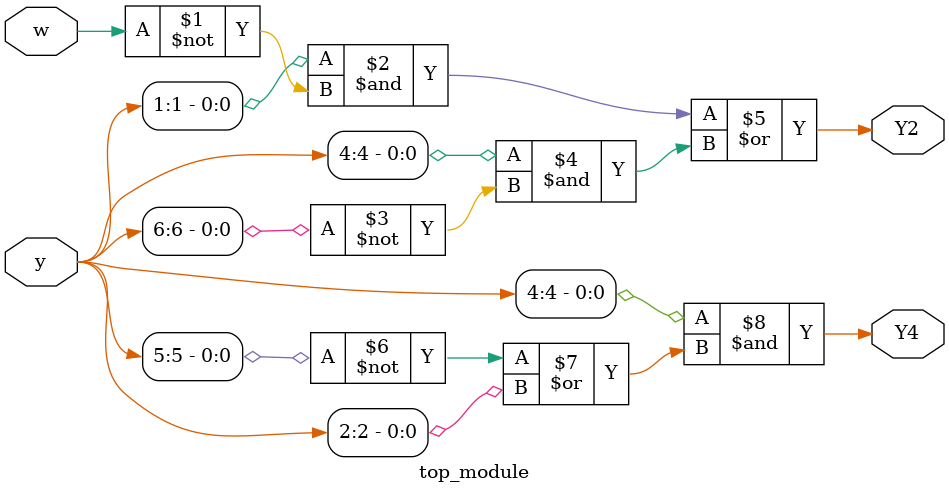
<source format=sv>
module top_module (
    input [6:1] y,
    input w,
    output Y2,
    output Y4
);

    // State transition logic
    assign Y2 = y[1] & ~w | y[4] & ~y[6];
    assign Y4 = y[4] & (~y[5] | y[2]);

endmodule

</source>
